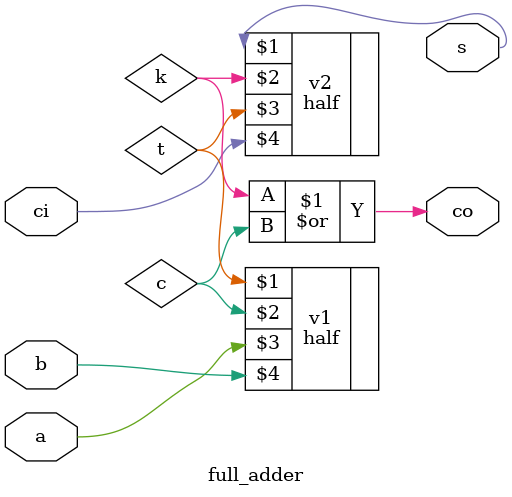
<source format=v>
`timescale 1ps/1ps
`include "half.v"

module full_adder (s,co,a,b,ci);

    input a,b,ci;
    output s,co;

    wire t,k;

    half v1(t,c,a,b);
    half v2(s,k,t,ci);
    or(co,k,c);
endmodule
</source>
